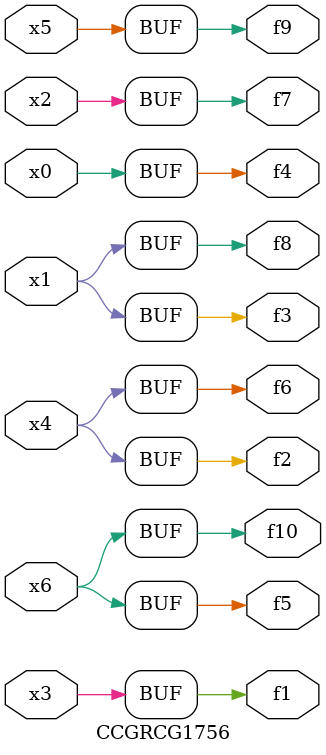
<source format=v>
module CCGRCG1756(
	input x0, x1, x2, x3, x4, x5, x6,
	output f1, f2, f3, f4, f5, f6, f7, f8, f9, f10
);
	assign f1 = x3;
	assign f2 = x4;
	assign f3 = x1;
	assign f4 = x0;
	assign f5 = x6;
	assign f6 = x4;
	assign f7 = x2;
	assign f8 = x1;
	assign f9 = x5;
	assign f10 = x6;
endmodule

</source>
